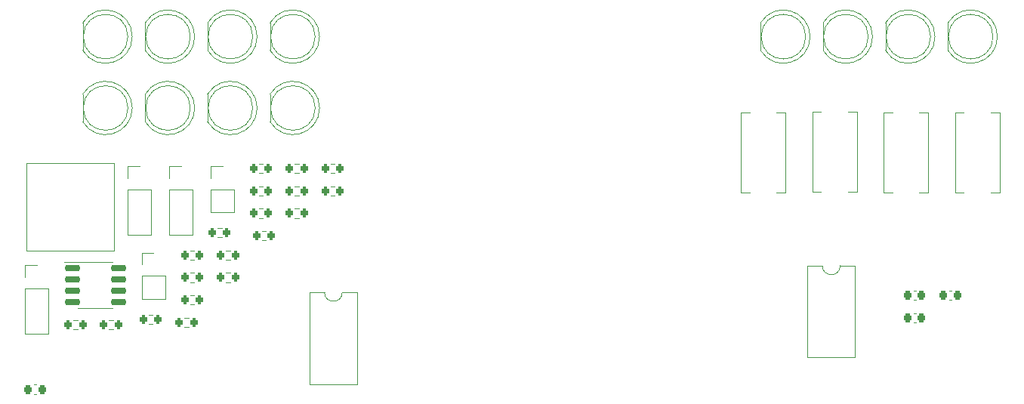
<source format=gbr>
%TF.GenerationSoftware,KiCad,Pcbnew,(6.0.8)*%
%TF.CreationDate,2022-11-08T10:52:10+01:00*%
%TF.ProjectId,TVZ_KTM_ApplicationBoard,54565a5f-4b54-44d5-9f41-70706c696361,rev?*%
%TF.SameCoordinates,Original*%
%TF.FileFunction,Legend,Top*%
%TF.FilePolarity,Positive*%
%FSLAX46Y46*%
G04 Gerber Fmt 4.6, Leading zero omitted, Abs format (unit mm)*
G04 Created by KiCad (PCBNEW (6.0.8)) date 2022-11-08 10:52:10*
%MOMM*%
%LPD*%
G01*
G04 APERTURE LIST*
G04 Aperture macros list*
%AMRoundRect*
0 Rectangle with rounded corners*
0 $1 Rounding radius*
0 $2 $3 $4 $5 $6 $7 $8 $9 X,Y pos of 4 corners*
0 Add a 4 corners polygon primitive as box body*
4,1,4,$2,$3,$4,$5,$6,$7,$8,$9,$2,$3,0*
0 Add four circle primitives for the rounded corners*
1,1,$1+$1,$2,$3*
1,1,$1+$1,$4,$5*
1,1,$1+$1,$6,$7*
1,1,$1+$1,$8,$9*
0 Add four rect primitives between the rounded corners*
20,1,$1+$1,$2,$3,$4,$5,0*
20,1,$1+$1,$4,$5,$6,$7,0*
20,1,$1+$1,$6,$7,$8,$9,0*
20,1,$1+$1,$8,$9,$2,$3,0*%
G04 Aperture macros list end*
%ADD10C,0.120000*%
%ADD11RoundRect,0.150000X-0.725000X-0.150000X0.725000X-0.150000X0.725000X0.150000X-0.725000X0.150000X0*%
%ADD12C,1.440000*%
%ADD13RoundRect,0.200000X-0.200000X-0.275000X0.200000X-0.275000X0.200000X0.275000X-0.200000X0.275000X0*%
%ADD14R,1.700000X1.700000*%
%ADD15O,1.700000X1.700000*%
%ADD16R,1.600000X1.600000*%
%ADD17O,1.600000X1.600000*%
%ADD18C,2.100000*%
%ADD19C,1.524000*%
%ADD20R,1.800000X1.800000*%
%ADD21C,1.800000*%
%ADD22RoundRect,0.225000X-0.225000X-0.250000X0.225000X-0.250000X0.225000X0.250000X-0.225000X0.250000X0*%
G04 APERTURE END LIST*
D10*
%TO.C,U1*%
X123110000Y-87280000D02*
X125060000Y-87280000D01*
X123110000Y-92400000D02*
X121160000Y-92400000D01*
X123110000Y-92400000D02*
X125060000Y-92400000D01*
X123110000Y-87280000D02*
X119660000Y-87280000D01*
%TO.C,RV1*%
X125190000Y-76185000D02*
X125190000Y-86010000D01*
X115390000Y-86010000D02*
X125190000Y-86010000D01*
X115390000Y-76185000D02*
X125190000Y-76185000D01*
X115390000Y-76185000D02*
X115390000Y-86010000D01*
%TO.C,R19*%
X137762742Y-89522500D02*
X138237258Y-89522500D01*
X137762742Y-88477500D02*
X138237258Y-88477500D01*
%TO.C,R18*%
X133112742Y-94542500D02*
X133587258Y-94542500D01*
X133112742Y-93497500D02*
X133587258Y-93497500D01*
%TO.C,R17*%
X145472742Y-82322500D02*
X145947258Y-82322500D01*
X145472742Y-81277500D02*
X145947258Y-81277500D01*
%TO.C,R16*%
X133752742Y-89522500D02*
X134227258Y-89522500D01*
X133752742Y-88477500D02*
X134227258Y-88477500D01*
%TO.C,R15*%
X129102742Y-94202500D02*
X129577258Y-94202500D01*
X129102742Y-93157500D02*
X129577258Y-93157500D01*
%TO.C,R14*%
X133752742Y-92032500D02*
X134227258Y-92032500D01*
X133752742Y-90987500D02*
X134227258Y-90987500D01*
%TO.C,R13*%
X145472742Y-77302500D02*
X145947258Y-77302500D01*
X145472742Y-76257500D02*
X145947258Y-76257500D01*
%TO.C,R12*%
X137762742Y-87012500D02*
X138237258Y-87012500D01*
X137762742Y-85967500D02*
X138237258Y-85967500D01*
%TO.C,R11*%
X149482742Y-77302500D02*
X149957258Y-77302500D01*
X149482742Y-76257500D02*
X149957258Y-76257500D01*
%TO.C,R10*%
X141462742Y-77302500D02*
X141937258Y-77302500D01*
X141462742Y-76257500D02*
X141937258Y-76257500D01*
%TO.C,R9*%
X136812742Y-84502500D02*
X137287258Y-84502500D01*
X136812742Y-83457500D02*
X137287258Y-83457500D01*
%TO.C,R8*%
X133752742Y-87012500D02*
X134227258Y-87012500D01*
X133752742Y-85967500D02*
X134227258Y-85967500D01*
%TO.C,R7*%
X141462742Y-79812500D02*
X141937258Y-79812500D01*
X141462742Y-78767500D02*
X141937258Y-78767500D01*
%TO.C,R6*%
X141772742Y-84832500D02*
X142247258Y-84832500D01*
X141772742Y-83787500D02*
X142247258Y-83787500D01*
%TO.C,R5*%
X149482742Y-79812500D02*
X149957258Y-79812500D01*
X149482742Y-78767500D02*
X149957258Y-78767500D01*
%TO.C,R4*%
X120652742Y-94842500D02*
X121127258Y-94842500D01*
X120652742Y-93797500D02*
X121127258Y-93797500D01*
%TO.C,R3*%
X141462742Y-82322500D02*
X141937258Y-82322500D01*
X141462742Y-81277500D02*
X141937258Y-81277500D01*
%TO.C,R2*%
X145472742Y-79812500D02*
X145947258Y-79812500D01*
X145472742Y-78767500D02*
X145947258Y-78767500D01*
%TO.C,R1*%
X124662742Y-94842500D02*
X125137258Y-94842500D01*
X124662742Y-93797500D02*
X125137258Y-93797500D01*
%TO.C,JP5*%
X126740000Y-84260000D02*
X129400000Y-84260000D01*
X126740000Y-79120000D02*
X126740000Y-84260000D01*
X126740000Y-77850000D02*
X126740000Y-76520000D01*
X129400000Y-79120000D02*
X129400000Y-84260000D01*
X126740000Y-76520000D02*
X128070000Y-76520000D01*
X126740000Y-79120000D02*
X129400000Y-79120000D01*
%TO.C,JP4*%
X131390000Y-84260000D02*
X134050000Y-84260000D01*
X131390000Y-79120000D02*
X131390000Y-84260000D01*
X131390000Y-77850000D02*
X131390000Y-76520000D01*
X134050000Y-79120000D02*
X134050000Y-84260000D01*
X131390000Y-76520000D02*
X132720000Y-76520000D01*
X131390000Y-79120000D02*
X134050000Y-79120000D01*
%TO.C,JP3*%
X128330000Y-87550000D02*
X128330000Y-86220000D01*
X128330000Y-91420000D02*
X130990000Y-91420000D01*
X128330000Y-88820000D02*
X128330000Y-91420000D01*
X128330000Y-88820000D02*
X130990000Y-88820000D01*
X128330000Y-86220000D02*
X129660000Y-86220000D01*
X130990000Y-88820000D02*
X130990000Y-91420000D01*
%TO.C,JP2*%
X136040000Y-77850000D02*
X136040000Y-76520000D01*
X136040000Y-81720000D02*
X138700000Y-81720000D01*
X136040000Y-79120000D02*
X136040000Y-81720000D01*
X136040000Y-79120000D02*
X138700000Y-79120000D01*
X136040000Y-76520000D02*
X137370000Y-76520000D01*
X138700000Y-79120000D02*
X138700000Y-81720000D01*
%TO.C,JP1*%
X115230000Y-95350000D02*
X117890000Y-95350000D01*
X115230000Y-90210000D02*
X115230000Y-95350000D01*
X115230000Y-88940000D02*
X115230000Y-87610000D01*
X117890000Y-90210000D02*
X117890000Y-95350000D01*
X115230000Y-87610000D02*
X116560000Y-87610000D01*
X115230000Y-90210000D02*
X117890000Y-90210000D01*
%TO.C,U3*%
X208285000Y-87685000D02*
X206635000Y-87685000D01*
X202985000Y-87685000D02*
X202985000Y-97965000D01*
X208285000Y-97965000D02*
X208285000Y-87685000D01*
X204635000Y-87685000D02*
X202985000Y-87685000D01*
X202985000Y-97965000D02*
X208285000Y-97965000D01*
X204635000Y-87685000D02*
G75*
G03*
X206635000Y-87685000I1000000J0D01*
G01*
%TO.C,SW4*%
X224500000Y-70500000D02*
X224500000Y-79500000D01*
X220500000Y-79500000D02*
X219500000Y-79500000D01*
X223500000Y-70500000D02*
X224500000Y-70500000D01*
X219500000Y-70500000D02*
X220500000Y-70500000D01*
X219500000Y-79500000D02*
X219500000Y-70500000D01*
X224500000Y-79500000D02*
X223500000Y-79500000D01*
%TO.C,SW3*%
X208500000Y-70400000D02*
X208500000Y-79400000D01*
X204500000Y-79400000D02*
X203500000Y-79400000D01*
X207500000Y-70400000D02*
X208500000Y-70400000D01*
X203500000Y-70400000D02*
X204500000Y-70400000D01*
X203500000Y-79400000D02*
X203500000Y-70400000D01*
X208500000Y-79400000D02*
X207500000Y-79400000D01*
%TO.C,SW2*%
X216500000Y-70500000D02*
X216500000Y-79500000D01*
X212500000Y-79500000D02*
X211500000Y-79500000D01*
X215500000Y-70500000D02*
X216500000Y-70500000D01*
X211500000Y-70500000D02*
X212500000Y-70500000D01*
X211500000Y-79500000D02*
X211500000Y-70500000D01*
X216500000Y-79500000D02*
X215500000Y-79500000D01*
%TO.C,SW1*%
X200500000Y-70500000D02*
X200500000Y-79500000D01*
X196500000Y-79500000D02*
X195500000Y-79500000D01*
X199500000Y-70500000D02*
X200500000Y-70500000D01*
X195500000Y-70500000D02*
X196500000Y-70500000D01*
X195500000Y-79500000D02*
X195500000Y-70500000D01*
X200500000Y-79500000D02*
X199500000Y-79500000D01*
%TO.C,D12*%
X142710000Y-68455000D02*
X142710000Y-71545000D01*
X142710000Y-71544830D02*
G75*
G03*
X148260000Y-69999538I2560000J1544830D01*
G01*
X148260000Y-70000462D02*
G75*
G03*
X142710000Y-68455170I-2990000J462D01*
G01*
X147770000Y-70000000D02*
G75*
G03*
X147770000Y-70000000I-2500000J0D01*
G01*
%TO.C,D11*%
X135710000Y-68455000D02*
X135710000Y-71545000D01*
X135710000Y-71544830D02*
G75*
G03*
X141260000Y-69999538I2560000J1544830D01*
G01*
X141260000Y-70000462D02*
G75*
G03*
X135710000Y-68455170I-2990000J462D01*
G01*
X140770000Y-70000000D02*
G75*
G03*
X140770000Y-70000000I-2500000J0D01*
G01*
%TO.C,D10*%
X128710000Y-68455000D02*
X128710000Y-71545000D01*
X128710000Y-71544830D02*
G75*
G03*
X134260000Y-69999538I2560000J1544830D01*
G01*
X134260000Y-70000462D02*
G75*
G03*
X128710000Y-68455170I-2990000J462D01*
G01*
X133770000Y-70000000D02*
G75*
G03*
X133770000Y-70000000I-2500000J0D01*
G01*
%TO.C,D9*%
X121710000Y-68455000D02*
X121710000Y-71545000D01*
X121710000Y-71544830D02*
G75*
G03*
X127260000Y-69999538I2560000J1544830D01*
G01*
X127260000Y-70000462D02*
G75*
G03*
X121710000Y-68455170I-2990000J462D01*
G01*
X126770000Y-70000000D02*
G75*
G03*
X126770000Y-70000000I-2500000J0D01*
G01*
%TO.C,C4*%
X214849420Y-91510000D02*
X215130580Y-91510000D01*
X214849420Y-90490000D02*
X215130580Y-90490000D01*
%TO.C,C3*%
X218859420Y-91510000D02*
X219140580Y-91510000D01*
X218859420Y-90490000D02*
X219140580Y-90490000D01*
%TO.C,C2*%
X214849420Y-94020000D02*
X215130580Y-94020000D01*
X214849420Y-93000000D02*
X215130580Y-93000000D01*
%TO.C,D8*%
X142710000Y-60455000D02*
X142710000Y-63545000D01*
X142710000Y-63544830D02*
G75*
G03*
X148260000Y-61999538I2560000J1544830D01*
G01*
X148260000Y-62000462D02*
G75*
G03*
X142710000Y-60455170I-2990000J462D01*
G01*
X147770000Y-62000000D02*
G75*
G03*
X147770000Y-62000000I-2500000J0D01*
G01*
%TO.C,D7*%
X135710000Y-60455000D02*
X135710000Y-63545000D01*
X135710000Y-63544830D02*
G75*
G03*
X141260000Y-61999538I2560000J1544830D01*
G01*
X141260000Y-62000462D02*
G75*
G03*
X135710000Y-60455170I-2990000J462D01*
G01*
X140770000Y-62000000D02*
G75*
G03*
X140770000Y-62000000I-2500000J0D01*
G01*
%TO.C,D6*%
X128710000Y-60455000D02*
X128710000Y-63545000D01*
X128710000Y-63544830D02*
G75*
G03*
X134260000Y-61999538I2560000J1544830D01*
G01*
X134260000Y-62000462D02*
G75*
G03*
X128710000Y-60455170I-2990000J462D01*
G01*
X133770000Y-62000000D02*
G75*
G03*
X133770000Y-62000000I-2500000J0D01*
G01*
%TO.C,D5*%
X121710000Y-60455000D02*
X121710000Y-63545000D01*
X121710000Y-63544830D02*
G75*
G03*
X127260000Y-61999538I2560000J1544830D01*
G01*
X127260000Y-62000462D02*
G75*
G03*
X121710000Y-60455170I-2990000J462D01*
G01*
X126770000Y-62000000D02*
G75*
G03*
X126770000Y-62000000I-2500000J0D01*
G01*
%TO.C,D4*%
X218710000Y-60455000D02*
X218710000Y-63545000D01*
X218710000Y-63544830D02*
G75*
G03*
X224260000Y-61999538I2560000J1544830D01*
G01*
X224260000Y-62000462D02*
G75*
G03*
X218710000Y-60455170I-2990000J462D01*
G01*
X223770000Y-62000000D02*
G75*
G03*
X223770000Y-62000000I-2500000J0D01*
G01*
%TO.C,D3*%
X211710000Y-60455000D02*
X211710000Y-63545000D01*
X211710000Y-63544830D02*
G75*
G03*
X217260000Y-61999538I2560000J1544830D01*
G01*
X217260000Y-62000462D02*
G75*
G03*
X211710000Y-60455170I-2990000J462D01*
G01*
X216770000Y-62000000D02*
G75*
G03*
X216770000Y-62000000I-2500000J0D01*
G01*
%TO.C,D2*%
X204710000Y-60455000D02*
X204710000Y-63545000D01*
X204710000Y-63544830D02*
G75*
G03*
X210260000Y-61999538I2560000J1544830D01*
G01*
X210260000Y-62000462D02*
G75*
G03*
X204710000Y-60455170I-2990000J462D01*
G01*
X209770000Y-62000000D02*
G75*
G03*
X209770000Y-62000000I-2500000J0D01*
G01*
%TO.C,D1*%
X197710000Y-60455000D02*
X197710000Y-63545000D01*
X197710000Y-63544830D02*
G75*
G03*
X203260000Y-61999538I2560000J1544830D01*
G01*
X203260000Y-62000462D02*
G75*
G03*
X197710000Y-60455170I-2990000J462D01*
G01*
X202770000Y-62000000D02*
G75*
G03*
X202770000Y-62000000I-2500000J0D01*
G01*
%TO.C,C1*%
X116219420Y-102050000D02*
X116500580Y-102050000D01*
X116219420Y-101030000D02*
X116500580Y-101030000D01*
%TO.C,U2*%
X147160000Y-100950000D02*
X152460000Y-100950000D01*
X152460000Y-100950000D02*
X152460000Y-90670000D01*
X152460000Y-90670000D02*
X150810000Y-90670000D01*
X147160000Y-90670000D02*
X147160000Y-100950000D01*
X148810000Y-90670000D02*
X147160000Y-90670000D01*
X148810000Y-90670000D02*
G75*
G03*
X150810000Y-90670000I1000000J0D01*
G01*
%TD*%
%LPC*%
D11*
%TO.C,U1*%
X120535000Y-87935000D03*
X120535000Y-89205000D03*
X120535000Y-90475000D03*
X120535000Y-91745000D03*
X125685000Y-91745000D03*
X125685000Y-90475000D03*
X125685000Y-89205000D03*
X125685000Y-87935000D03*
%TD*%
D12*
%TO.C,RV1*%
X119790000Y-83610000D03*
X122330000Y-81070000D03*
X119790000Y-78530000D03*
%TD*%
D13*
%TO.C,R19*%
X137175000Y-89000000D03*
X138825000Y-89000000D03*
%TD*%
%TO.C,R18*%
X132525000Y-94020000D03*
X134175000Y-94020000D03*
%TD*%
%TO.C,R17*%
X144885000Y-81800000D03*
X146535000Y-81800000D03*
%TD*%
%TO.C,R16*%
X133165000Y-89000000D03*
X134815000Y-89000000D03*
%TD*%
%TO.C,R15*%
X128515000Y-93680000D03*
X130165000Y-93680000D03*
%TD*%
%TO.C,R14*%
X133165000Y-91510000D03*
X134815000Y-91510000D03*
%TD*%
%TO.C,R13*%
X144885000Y-76780000D03*
X146535000Y-76780000D03*
%TD*%
%TO.C,R12*%
X137175000Y-86490000D03*
X138825000Y-86490000D03*
%TD*%
%TO.C,R11*%
X148895000Y-76780000D03*
X150545000Y-76780000D03*
%TD*%
%TO.C,R10*%
X140875000Y-76780000D03*
X142525000Y-76780000D03*
%TD*%
%TO.C,R9*%
X136225000Y-83980000D03*
X137875000Y-83980000D03*
%TD*%
%TO.C,R8*%
X133165000Y-86490000D03*
X134815000Y-86490000D03*
%TD*%
%TO.C,R7*%
X140875000Y-79290000D03*
X142525000Y-79290000D03*
%TD*%
%TO.C,R6*%
X141185000Y-84310000D03*
X142835000Y-84310000D03*
%TD*%
%TO.C,R5*%
X148895000Y-79290000D03*
X150545000Y-79290000D03*
%TD*%
%TO.C,R4*%
X120065000Y-94320000D03*
X121715000Y-94320000D03*
%TD*%
%TO.C,R3*%
X140875000Y-81800000D03*
X142525000Y-81800000D03*
%TD*%
%TO.C,R2*%
X144885000Y-79290000D03*
X146535000Y-79290000D03*
%TD*%
%TO.C,R1*%
X124075000Y-94320000D03*
X125725000Y-94320000D03*
%TD*%
D14*
%TO.C,JP5*%
X128070000Y-77850000D03*
D15*
X128070000Y-80390000D03*
X128070000Y-82930000D03*
%TD*%
D14*
%TO.C,JP4*%
X132720000Y-77850000D03*
D15*
X132720000Y-80390000D03*
X132720000Y-82930000D03*
%TD*%
D14*
%TO.C,JP3*%
X129660000Y-87550000D03*
D15*
X129660000Y-90090000D03*
%TD*%
D14*
%TO.C,JP2*%
X137370000Y-77850000D03*
D15*
X137370000Y-80390000D03*
%TD*%
D14*
%TO.C,JP1*%
X116560000Y-88940000D03*
D15*
X116560000Y-91480000D03*
X116560000Y-94020000D03*
%TD*%
D16*
%TO.C,U3*%
X201825000Y-89015000D03*
D17*
X201825000Y-91555000D03*
X201825000Y-94095000D03*
X201825000Y-96635000D03*
X209445000Y-96635000D03*
X209445000Y-94095000D03*
X209445000Y-91555000D03*
X209445000Y-89015000D03*
%TD*%
D18*
%TO.C,SW4*%
X222000000Y-79100000D03*
X222000000Y-70900000D03*
D19*
X222000000Y-73000000D03*
X222000000Y-75000000D03*
X222000000Y-77000000D03*
%TD*%
D18*
%TO.C,SW3*%
X206000000Y-79000000D03*
X206000000Y-70800000D03*
D19*
X206000000Y-72900000D03*
X206000000Y-74900000D03*
X206000000Y-76900000D03*
%TD*%
D18*
%TO.C,SW2*%
X214000000Y-79100000D03*
X214000000Y-70900000D03*
D19*
X214000000Y-73000000D03*
X214000000Y-75000000D03*
X214000000Y-77000000D03*
%TD*%
D18*
%TO.C,SW1*%
X198000000Y-79100000D03*
X198000000Y-70900000D03*
D19*
X198000000Y-73000000D03*
X198000000Y-75000000D03*
X198000000Y-77000000D03*
%TD*%
D20*
%TO.C,D12*%
X144000000Y-70000000D03*
D21*
X146540000Y-70000000D03*
%TD*%
D20*
%TO.C,D11*%
X137000000Y-70000000D03*
D21*
X139540000Y-70000000D03*
%TD*%
D20*
%TO.C,D10*%
X130000000Y-70000000D03*
D21*
X132540000Y-70000000D03*
%TD*%
D20*
%TO.C,D9*%
X123000000Y-70000000D03*
D21*
X125540000Y-70000000D03*
%TD*%
D22*
%TO.C,C4*%
X214215000Y-91000000D03*
X215765000Y-91000000D03*
%TD*%
%TO.C,C3*%
X218225000Y-91000000D03*
X219775000Y-91000000D03*
%TD*%
%TO.C,C2*%
X214215000Y-93510000D03*
X215765000Y-93510000D03*
%TD*%
D20*
%TO.C,D8*%
X144000000Y-62000000D03*
D21*
X146540000Y-62000000D03*
%TD*%
D20*
%TO.C,D7*%
X137000000Y-62000000D03*
D21*
X139540000Y-62000000D03*
%TD*%
D20*
%TO.C,D6*%
X130000000Y-62000000D03*
D21*
X132540000Y-62000000D03*
%TD*%
D20*
%TO.C,D5*%
X123000000Y-62000000D03*
D21*
X125540000Y-62000000D03*
%TD*%
D20*
%TO.C,D4*%
X220000000Y-62000000D03*
D21*
X222540000Y-62000000D03*
%TD*%
D20*
%TO.C,D3*%
X213000000Y-62000000D03*
D21*
X215540000Y-62000000D03*
%TD*%
D20*
%TO.C,D2*%
X206000000Y-62000000D03*
D21*
X208540000Y-62000000D03*
%TD*%
D20*
%TO.C,D1*%
X199000000Y-62000000D03*
D21*
X201540000Y-62000000D03*
%TD*%
D22*
%TO.C,C1*%
X115585000Y-101540000D03*
X117135000Y-101540000D03*
%TD*%
D16*
%TO.C,U2*%
X146000000Y-92000000D03*
D17*
X146000000Y-94540000D03*
X146000000Y-97080000D03*
X146000000Y-99620000D03*
X153620000Y-99620000D03*
X153620000Y-97080000D03*
X153620000Y-94540000D03*
X153620000Y-92000000D03*
%TD*%
M02*

</source>
